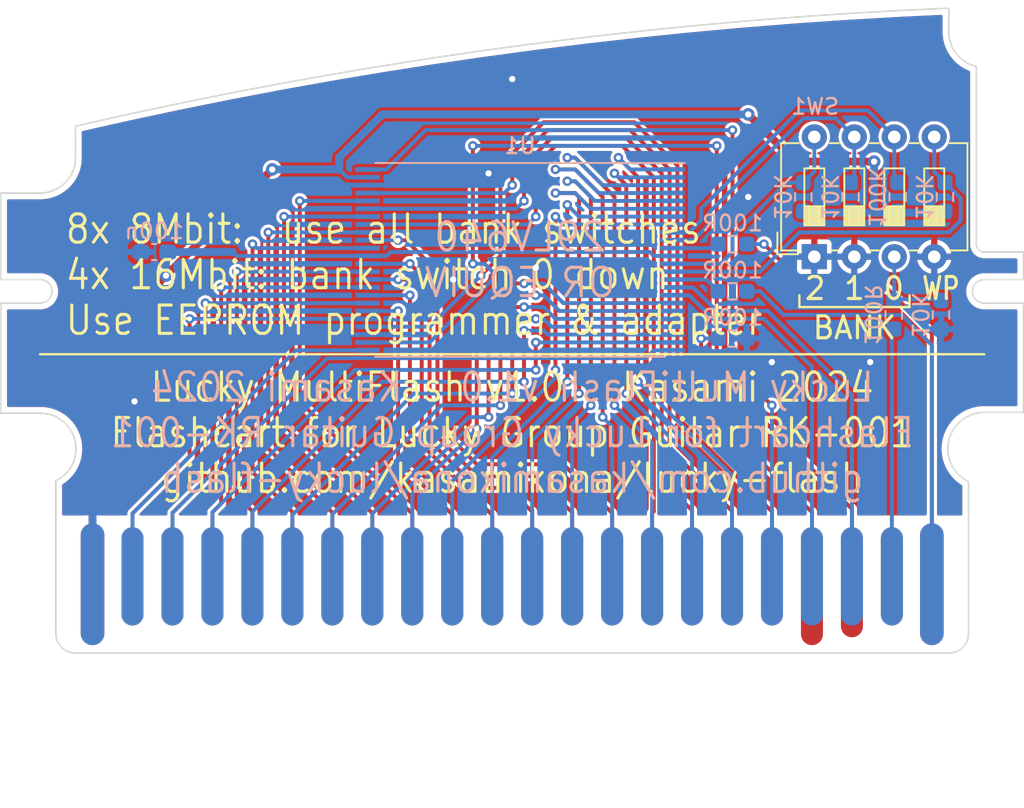
<source format=kicad_pcb>
(kicad_pcb (version 20221018) (generator pcbnew)
  (title_block (title "Lucky MultiFlash") (rev "1.0"))
  (layers (0 "F.Cu" signal) (31 "B.Cu" signal) (34 "B.Paste" user) (35 "F.Paste" user) (36 "B.SilkS" user "B.Silkscreen") (37 "F.SilkS" user "F.Silkscreen") (38 "B.Mask" user) (39 "F.Mask" user) (44 "Edge.Cuts" user))
  (property "VAR_AUTHOR" "Kasami 2024")
  (property "VAR_DESC" "Flashcart for Lucky Group Guitar RK-001")
  (property "VAR_URL" "github.com/kasamikona/lucky-flash")
  (net 0 "")
  (net 1 "/VCC")
  (net 2 "/A19")
  (net 3 "/A18")
  (net 4 "/A17")
  (net 5 "/A16")
  (net 6 "/A15")
  (net 7 "/A14")
  (net 8 "/A13")
  (net 9 "/A12")
  (net 10 "/A11")
  (net 11 "/A10")
  (net 12 "/A9")
  (net 13 "/A8")
  (net 14 "/A7")
  (net 15 "/A6")
  (net 16 "/A5")
  (net 17 "/A4")
  (net 18 "/A3")
  (net 19 "/A2")
  (net 20 "/A1")
  (net 21 "/A0")
  (net 23 "/CE")
  (net 24 "/OE")
  (net 25 "/D15")
  (net 26 "/D14")
  (net 27 "/D13")
  (net 28 "/D12")
  (net 29 "/D11")
  (net 30 "/D10")
  (net 31 "/D9")
  (net 32 "/D8")
  (net 33 "/D7")
  (net 34 "/D6")
  (net 35 "/D5")
  (net 36 "/D4")
  (net 37 "/D3")
  (net 38 "/D2")
  (net 39 "/D1")
  (net 40 "/D0")
  (net 41 "/GND")
  (net 42 "/RYBY")
  (net 43 "/WE")
  (net 44 "/F_WE")
  (net 45 "/F_RYBY")
  (net 46 "/DET")
  (net 47 "/BS0")
  (net 48 "/BS1")
  (net 49 "/BS2")
  (net 50 "/WP")
  (net 51 "Net-(R8-Pad1)")
  (footprint "Button_Switch_THT:SW_DIP_SPSTx04_Slide_6.7x11.72mm_W7.62mm_P2.54mm_LowProfile" (layer "F.Cu") (at 65.200002 30.8 90)
    (fp_text reference "SW1")
    (fp_text value "BANK" hide)
  )
  (footprint "CartParts:LuckyCartEdge" (layer "F.Cu") (at 46.000002 56)
    (fp_text reference "J1" hide)
    (fp_text value "Edge" hide)
  )
  (footprint "Resistor_SMD:R_0603_1608Metric_Pad0.98x0.95mm_HandSolder" (layer "B.Cu") (at 67.500002 27 -90)
    (fp_text reference "R5" hide)
    (fp_text value "10K")
  )
  (footprint "Package_SO:TSOP-I-48_18.4x12mm_P0.5mm" (layer "B.Cu") (at 46.500002 31 180)
    (fp_text reference "U1")
    (fp_text value "Flash-TSOP48-64Mbit" hide)
  )
  (footprint "Resistor_SMD:R_0603_1608Metric_Pad0.98x0.95mm_HandSolder" (layer "B.Cu") (at 73.250002 34.5 -90)
    (fp_text reference "R9" hide)
    (fp_text value "10K")
  )
  (footprint "Resistor_SMD:R_0603_1608Metric_Pad0.98x0.95mm_HandSolder" (layer "B.Cu") (at 60.000002 30)
    (fp_text reference "R1" hide)
    (fp_text value "100R")
  )
  (footprint "Capacitor_SMD:C_0603_1608Metric_Pad1.08x0.95mm_HandSolder" (layer "B.Cu") (at 23.250002 30.5 180)
    (fp_text reference "C1" hide)
    (fp_text value "100n")
  )
  (footprint "Resistor_SMD:R_0603_1608Metric_Pad0.98x0.95mm_HandSolder" (layer "B.Cu") (at 64.500002 27 -90)
    (fp_text reference "R4" hide)
    (fp_text value "10K")
  )
  (footprint "Resistor_SMD:R_0603_1608Metric_Pad0.98x0.95mm_HandSolder" (layer "B.Cu") (at 60.000002 33)
    (fp_text reference "R2" hide)
    (fp_text value "100R")
  )
  (footprint "Resistor_SMD:R_0603_1608Metric_Pad0.98x0.95mm_HandSolder" (layer "B.Cu") (at 70.250002 34.5 -90)
    (fp_text reference "R8" hide)
    (fp_text value "100R")
  )
  (footprint "Resistor_SMD:R_0603_1608Metric_Pad0.98x0.95mm_HandSolder" (layer "B.Cu") (at 60.000002 36)
    (fp_text reference "R3" hide)
    (fp_text value "100R")
  )
  (footprint "Resistor_SMD:R_0603_1608Metric_Pad0.98x0.95mm_HandSolder" (layer "B.Cu") (at 70.500002 27 -90)
    (fp_text reference "R6" hide)
    (fp_text value "100K")
  )
  (footprint "Resistor_SMD:R_0603_1608Metric_Pad0.98x0.95mm_HandSolder" (layer "B.Cu") (at 73.500002 27 -90)
    (fp_text reference "R7" hide)
    (fp_text value "10K")
  )
  (gr_line (start 64.250002 34) (end 64.250002 33.25) (stroke (width 0.15)) (layer "F.SilkS"))
  (gr_line (start 71.250002 34) (end 64.250002 34) (stroke (width 0.15)) (layer "F.SilkS"))
  (gr_line (start 16.000002 37) (end 76.000002 37) (stroke (width 0.15)) (layer "F.SilkS"))
  (gr_line (start 71.250002 34) (end 71.250002 33.25) (stroke (width 0.15)) (layer "F.SilkS"))
  (gr_line (start 18.250002 56) (end 73.750002 56) (stroke (width 0.1)) (layer "Edge.Cuts"))
  (gr_arc (start 75.000002 45.1) (mid 73.742191 42.500497) (end 76.000002 40.7) (stroke (width 0.1)) (layer "Edge.Cuts"))
  (gr_line (start 75.500002 18.7) (end 75.500002 30) (stroke (width 0.1)) (layer "Edge.Cuts"))
  (gr_arc (start 76.000002 30.5) (mid 75.646449 30.353553) (end 75.500002 30) (stroke (width 0.1)) (layer "Edge.Cuts"))
  (gr_line (start 78.5 32.25) (end 76.000002 32.25) (stroke (width 0.1)) (layer "Edge.Cuts"))
  (gr_line (start 73.750002 16.5) (end 73.750002 15) (stroke (width 0.1)) (layer "Edge.Cuts"))
  (gr_line (start 78.5 30.5) (end 78.5 32.25) (stroke (width 0.1)) (layer "Edge.Cuts"))
  (gr_line (start 13.5 40.75) (end 16.000002 40.75) (stroke (width 0.1)) (layer "Edge.Cuts"))
  (gr_arc (start 18.250002 22.5) (mid 45.826436 17.465613) (end 73.750002 15) (stroke (width 0.1)) (layer "Edge.Cuts"))
  (gr_line (start 75.000002 45.1) (end 75.000002 54.75) (stroke (width 0.1)) (layer "Edge.Cuts"))
  (gr_line (start 78.500002 40.7) (end 76.000002 40.7) (stroke (width 0.1)) (layer "Edge.Cuts"))
  (gr_arc (start 75.000002 54.75) (mid 74.633885 55.633883) (end 73.750002 56) (stroke (width 0.1)) (layer "Edge.Cuts"))
  (gr_line (start 17.000002 45.05) (end 17.000002 54.75) (stroke (width 0.1)) (layer "Edge.Cuts"))
  (gr_arc (start 16.000002 32.25) (mid 16.750002 33) (end 16.000002 33.75) (stroke (width 0.1)) (layer "Edge.Cuts"))
  (gr_arc (start 18.250002 24.5) (mid 17.590992 26.09099) (end 16.000002 26.75) (stroke (width 0.1)) (layer "Edge.Cuts"))
  (gr_arc (start 75.500002 18.7) (mid 74.240865 17.905564) (end 73.750002 16.5) (stroke (width 0.1)) (layer "Edge.Cuts"))
  (gr_line (start 13.500002 33.75) (end 13.5 40.75) (stroke (width 0.1)) (layer "Edge.Cuts"))
  (gr_line (start 13.500002 32.25) (end 16.000002 32.25) (stroke (width 0.1)) (layer "Edge.Cuts"))
  (gr_arc (start 18.250002 56) (mid 17.366119 55.633883) (end 17.000002 54.75) (stroke (width 0.1)) (layer "Edge.Cuts"))
  (gr_line (start 13.500002 33.75) (end 16.000002 33.75) (stroke (width 0.1)) (layer "Edge.Cuts"))
  (gr_arc (start 16.000002 40.75) (mid 18.217861 42.500498) (end 17.000002 45.05) (stroke (width 0.1)) (layer "Edge.Cuts"))
  (gr_line (start 16.000002 26.75) (end 13.500002 26.75) (stroke (width 0.1)) (layer "Edge.Cuts"))
  (gr_line (start 78.500002 33.75) (end 78.500002 40.7) (stroke (width 0.1)) (layer "Edge.Cuts"))
  (gr_arc (start 76.000002 33.75) (mid 75.250002 33) (end 76.000002 32.25) (stroke (width 0.1)) (layer "Edge.Cuts"))
  (gr_line (start 78.5 30.5) (end 76.000002 30.5) (stroke (width 0.1)) (layer "Edge.Cuts"))
  (gr_line (start 78.500002 33.75) (end 76.000002 33.75) (stroke (width 0.1)) (layer "Edge.Cuts"))
  (gr_line (start 13.500002 26.75) (end 13.500002 32.25) (stroke (width 0.1)) (layer "Edge.Cuts"))
  (gr_line (start 18.250002 22.5) (end 18.250002 24.5) (stroke (width 0.1)) (layer "Edge.Cuts"))
  (gr_text "${TITLE} v${REVISION}   ${VAR_AUTHOR}\n${VAR_DESC}\n${VAR_URL}" (at 46.000002 42) (layer "B.SilkS") (effects (font (size 1.8 1.6) (thickness 0.2)) (justify mirror)))
  (gr_text "29LV640\nOR EQUIV" (at 46.5 31) (layer "B.SilkS") (effects (font (size 1.8 1.7) (thickness 0.2)) (justify mirror)))
  (gr_text "WP" (at 73.25 32) (layer "F.SilkS") (effects (font (size 1.4 1.1) (thickness 0.2) bold) (justify top)))
  (gr_text "8x 8Mbit:  use all bank switches\n4x 16Mbit: bank switch 0 down\nUse EEPROM programmer & adapter" (at 17.500002 28) (layer "F.SilkS") (effects (font (size 1.8 1.6) (thickness 0.2)) (justify left top)))
  (gr_text "1" (at 67.750002 32) (layer "F.SilkS") (effects (font (size 1.4 1.35) (thickness 0.2)) (justify top)))
  (gr_text "0" (at 70.250002 32) (layer "F.SilkS") (effects (font (size 1.4 1.35) (thickness 0.2)) (justify top)))
  (gr_text "${TITLE} v${REVISION}   ${VAR_AUTHOR}\n${VAR_DESC}\n${VAR_URL}" (at 46.000002 42) (layer "F.SilkS") (effects (font (size 1.8 1.6) (thickness 0.2))))
  (gr_text "BANK" (at 67.750002 34.5) (layer "F.SilkS") (effects (font (size 1.4 1.35) (thickness 0.2)) (justify top)))
  (gr_text "2" (at 65.250002 32) (layer "F.SilkS") (effects (font (size 1.4 1.35) (thickness 0.2)) (justify top)))
  (segment (start 19.330002 51.625) (end 19.330002 36.67) (width 0.5) (layer "F.Cu") (net 1))
  (segment (start 69.000002 24.75) (end 64.000002 24.75) (width 0.5) (layer "F.Cu") (net 1))
  (segment (start 19.330002 36.67) (end 24.000002 32) (width 0.5) (layer "F.Cu") (net 1))
  (segment (start 64.000002 24.75) (end 61.000002 21.75) (width 0.5) (layer "F.Cu") (net 1))
  (segment (start 30.750002 25.25) (end 24.000002 32) (width 0.5) (layer "F.Cu") (net 1))
  (via (at 30.750002 25.25) (size 0.8) (drill 0.4) (layers "F.Cu" "B.Cu") (net 1))
  (via (at 61.000002 21.75) (size 0.8) (drill 0.4) (layers "F.Cu" "B.Cu") (net 1))
  (via (at 24.000002 32) (size 0.8) (drill 0.4) (layers "F.Cu" "B.Cu") (net 1))
  (via (at 69.000002 24.75) (size 0.8) (drill 0.4) (layers "F.Cu" "B.Cu") (net 1))
  (segment (start 73.412502 28) (end 73.500002 27.9125) (width 0.5) (layer "B.Cu") (net 1))
  (segment (start 38.250002 30.5) (end 54.750002 30.5) (width 0.25) (layer "B.Cu") (net 1))
  (segment (start 30.750002 25.25) (end 35.000002 25.25) (width 0.5) (layer "B.Cu") (net 1))
  (segment (start 28.500002 30.75) (end 28.250002 30.5) (width 0.25) (layer "B.Cu") (net 1))
  (segment (start 61.000002 21.75) (end 37.75 21.75) (width 0.5) (layer "B.Cu") (net 1))
  (segment (start 35.000002 25.25) (end 35.500002 25.75) (width 0.25) (layer "B.Cu") (net 1))
  (segment (start 67.500002 27.9125) (end 67.587502 28) (width 0.5) (layer "B.Cu") (net 1))
  (segment (start 69.000002 28) (end 70.412502 28) (width 0.5) (layer "B.Cu") (net 1))
  (segment (start 67.500002 27.9125) (end 67.412502 28) (width 0.5) (layer "B.Cu") (net 1))
  (segment (start 37.75 21.75) (end 35.000002 24.499998) (width 0.5) (layer "B.Cu") (net 1))
  (segment (start 28.250002 30.5) (end 24.112502 30.5) (width 0.5) (layer "B.Cu") (net 1))
  (segment (start 38.000002 30.75) (end 38.250002 30.5) (width 0.25) (layer "B.Cu") (net 1))
  (segment (start 54.750002 30.5) (end 55.000002 30.75) (width 0.25) (layer "B.Cu") (net 1))
  (segment (start 36.812502 30.75) (end 28.500002 30.75) (width 0.25) (layer "B.Cu") (net 1))
  (segment (start 70.500002 27.9125) (end 70.587502 28) (width 0.5) (layer "B.Cu") (net 1))
  (segment (start 35.000002 24.499998) (end 35.000002 25.25) (width 0.5) (layer "B.Cu") (net 1))
  (segment (start 66.000002 28) (end 64.587502 28) (width 0.5) (layer "B.Cu") (net 1))
  (segment (start 67.412502 28) (end 66.000002 28) (width 0.5) (layer "B.Cu") (net 1))
  (segment (start 36.812502 30.75) (end 38.000002 30.75) (width 0.25) (layer "B.Cu") (net 1))
  (segment (start 67.587502 28) (end 69.000002 28) (width 0.5) (layer "B.Cu") (net 1))
  (segment (start 24.000002 32) (end 24.000002 30.6125) (width 0.5) (layer "B.Cu") (net 1))
  (segment (start 24.000002 30.6125) (end 24.112502 30.5) (width 0.5) (layer "B.Cu") (net 1))
  (segment (start 35.500002 25.75) (end 36.812502 25.75) (width 0.25) (layer "B.Cu") (net 1))
  (segment (start 70.587502 28) (end 73.412502 28) (width 0.5) (layer "B.Cu") (net 1))
  (segment (start 69.000002 24.75) (end 69.000002 28) (width 0.5) (layer "B.Cu") (net 1))
  (segment (start 64.587502 28) (end 64.500002 27.9125) (width 0.5) (layer "B.Cu") (net 1))
  (segment (start 70.412502 28) (end 70.500002 27.9125) (width 0.5) (layer "B.Cu") (net 1))
  (segment (start 56.187502 30.75) (end 55.000002 30.75) (width 0.25) (layer "B.Cu") (net 1))
  (segment (start 70.130002 35.5325) (end 70.250002 35.4125) (width 0.25) (layer "B.Cu") (net 2))
  (segment (start 70.130002 51.125) (end 70.130002 35.5325) (width 0.25) (layer "B.Cu") (net 2))
  (segment (start 57.500002 32.75) (end 59.000002 34.25) (width 0.25) (layer "B.Cu") (net 3))
  (segment (start 62.250002 34.25) (end 67.590002 39.59) (width 0.25) (layer "B.Cu") (net 3))
  (segment (start 56.187502 32.75) (end 57.500002 32.75) (width 0.25) (layer "B.Cu") (net 3))
  (segment (start 67.590002 39.59) (end 67.590002 51.125) (width 0.25) (layer "B.Cu") (net 3))
  (segment (start 59.000002 34.25) (end 62.250002 34.25) (width 0.25) (layer "B.Cu") (net 3))
  (segment (start 65.050002 37.8) (end 65.050002 51.125) (width 0.25) (layer "B.Cu") (net 4))
  (segment (start 58.750002 34.75) (end 62.000002 34.75) (width 0.25) (layer "B.Cu") (net 4))
  (segment (start 57.250002 33.25) (end 58.750002 34.75) (width 0.25) (layer "B.Cu") (net 4))
  (segment (start 56.187502 33.25) (end 57.250002 33.25) (width 0.25) (layer "B.Cu") (net 4))
  (segment (start 62.000002 34.75) (end 65.050002 37.8) (width 0.25) (layer "B.Cu") (net 4))
  (segment (start 60.000002 37.75) (end 62.500002 40.25) (width 0.25) (layer "F.Cu") (net 5))
  (segment (start 60.000002 22.75) (end 60.000002 37.75) (width 0.25) (layer "F.Cu") (net 5))
  (via (at 62.500002 40.25) (size 0.6) (drill 0.3) (layers "F.Cu" "B.Cu") (net 5))
  (via (at 60.000002 22.75) (size 0.6) (drill 0.3) (layers "F.Cu" "B.Cu") (net 5))
  (segment (start 62.510002 51.125) (end 62.510002 40.26) (width 0.25) (layer "B.Cu") (net 5))
  (segment (start 62.510002 40.26) (end 62.500002 40.25) (width 0.25) (layer "B.Cu") (net 5))
  (segment (start 38.000002 25.25) (end 36.812502 25.25) (width 0.25) (layer "B.Cu") (net 5))
  (segment (start 60.000002 22.75) (end 40.500002 22.75) (width 0.25) (layer "B.Cu") (net 5))
  (segment (start 40.500002 22.75) (end 38.000002 25.25) (width 0.25) (layer "B.Cu") (net 5))
  (segment (start 54.000002 25.75) (end 54.000002 38.75) (width 0.25) (layer "F.Cu") (net 6))
  (segment (start 52.750002 24.5) (end 54.000002 25.75) (width 0.25) (layer "F.Cu") (net 6))
  (via (at 52.750002 24.5) (size 0.6) (drill 0.3) (layers "F.Cu" "B.Cu") (net 6))
  (via (at 54.000002 38.75) (size 0.6) (drill 0.3) (layers "F.Cu" "B.Cu") (net 6))
  (segment (start 59.970002 44.72) (end 59.970002 51.125) (width 0.25) (layer "B.Cu") (net 6))
  (segment (start 52.750002 24.5) (end 53.500002 25.25) (width 0.25) (layer "B.Cu") (net 6))
  (segment (start 54.000002 38.75) (end 59.970002 44.72) (width 0.25) (layer "B.Cu") (net 6))
  (segment (start 53.500002 25.25) (end 56.187502 25.25) (width 0.25) (layer "B.Cu") (net 6))
  (segment (start 53.250002 26.25) (end 53.250002 39.5) (width 0.25) (layer "F.Cu") (net 7))
  (segment (start 52.500002 25.5) (end 53.250002 26.25) (width 0.25) (layer "F.Cu") (net 7))
  (via (at 52.500002 25.5) (size 0.6) (drill 0.3) (layers "F.Cu" "B.Cu") (net 7))
  (via (at 53.250002 39.5) (size 0.6) (drill 0.3) (layers "F.Cu" "B.Cu") (net 7))
  (segment (start 57.430002 43.68) (end 57.430002 51.125) (width 0.25) (layer "B.Cu") (net 7))
  (segment (start 53.250002 39.5) (end 57.430002 43.68) (width 0.25) (layer "B.Cu") (net 7))
  (segment (start 52.500002 25.5) (end 52.750002 25.75) (width 0.25) (layer "B.Cu") (net 7))
  (segment (start 52.750002 25.75) (end 56.187502 25.75) (width 0.25) (layer "B.Cu") (net 7))
  (segment (start 50.000002 24.5) (end 49.500002 24.5) (width 0.25) (layer "F.Cu") (net 8))
  (segment (start 52.500002 27) (end 50.000002 24.5) (width 0.25) (layer "F.Cu") (net 8))
  (segment (start 52.500002 40.25) (end 52.500002 27) (width 0.25) (layer "F.Cu") (net 8))
  (via (at 49.500002 24.5) (size 0.6) (drill 0.3) (layers "F.Cu" "B.Cu") (net 8))
  (via (at 52.500002 40.25) (size 0.6) (drill 0.3) (layers "F.Cu" "B.Cu") (net 8))
  (segment (start 49.500002 24.5) (end 50.000002 24.5) (width 0.25) (layer "B.Cu") (net 8))
  (segment (start 54.890002 42.64) (end 54.890002 51.125) (width 0.25) (layer "B.Cu") (net 8))
  (segment (start 50.000002 24.5) (end 51.750002 26.25) (width 0.25) (layer "B.Cu") (net 8))
  (segment (start 51.750002 26.25) (end 56.187502 26.25) (width 0.25) (layer "B.Cu") (net 8))
  (segment (start 52.500002 40.25) (end 54.890002 42.64) (width 0.25) (layer "B.Cu") (net 8))
  (segment (start 51.750002 41) (end 51.750002 27) (width 0.25) (layer "F.Cu") (net 9))
  (segment (start 51.750002 27) (end 50.000002 25.25) (width 0.25) (layer "F.Cu") (net 9))
  (segment (start 50.000002 25.25) (end 48.750002 25.25) (width 0.25) (layer "F.Cu") (net 9))
  (via (at 51.750002 41) (size 0.6) (drill 0.3) (layers "F.Cu" "B.Cu") (net 9))
  (via (at 48.750002 25.25) (size 0.6) (drill 0.3) (layers "F.Cu" "B.Cu") (net 9))
  (segment (start 51.500002 26.75) (end 56.187502 26.75) (width 0.25) (layer "B.Cu") (net 9))
  (segment (start 50.000002 25.25) (end 51.500002 26.75) (width 0.25) (layer "B.Cu") (net 9))
  (segment (start 51.750002 41) (end 52.350002 41.6) (width 0.25) (layer "B.Cu") (net 9))
  (segment (start 52.350002 41.6) (end 52.350002 51.125) (width 0.25) (layer "B.Cu") (net 9))
  (segment (start 48.750002 25.25) (end 50.000002 25.25) (width 0.25) (layer "B.Cu") (net 9))
  (segment (start 51.000002 27) (end 50.000002 26) (width 0.25) (layer "F.Cu") (net 10))
  (segment (start 50.000002 26) (end 49.500002 26) (width 0.25) (layer "F.Cu") (net 10))
  (segment (start 51.000002 40.25) (end 51.000002 27) (width 0.25) (layer "F.Cu") (net 10))
  (via (at 49.500002 26) (size 0.6) (drill 0.3) (layers "F.Cu" "B.Cu") (net 10))
  (via (at 51.000002 40.25) (size 0.6) (drill 0.3) (layers "F.Cu" "B.Cu") (net 10))
  (segment (start 51.000002 40.25) (end 49.810002 41.44) (width 0.25) (layer "B.Cu") (net 10))
  (segment (start 49.810002 41.44) (end 49.810002 51.125) (width 0.25) (layer "B.Cu") (net 10))
  (segment (start 50.000002 26) (end 51.250002 27.25) (width 0.25) (layer "B.Cu") (net 10))
  (segment (start 49.500002 26) (end 50.000002 26) (width 0.25) (layer "B.Cu") (net 10))
  (segment (start 51.250002 27.25) (end 56.187502 27.25) (width 0.25) (layer "B.Cu") (net 10))
  (segment (start 50.000002 26.75) (end 48.750002 26.75) (width 0.25) (layer "F.Cu") (net 11))
  (segment (start 50.250002 27) (end 50.000002 26.75) (width 0.25) (layer "F.Cu") (net 11))
  (segment (start 50.250002 39.5) (end 50.250002 27) (width 0.25) (layer "F.Cu") (net 11))
  (via (at 48.750002 26.75) (size 0.6) (drill 0.3) (layers "F.Cu" "B.Cu") (net 11))
  (via (at 50.250002 39.5) (size 0.6) (drill 0.3) (layers "F.Cu" "B.Cu") (net 11))
  (segment (start 51.000002 27.75) (end 56.187502 27.75) (width 0.25) (layer "B.Cu") (net 11))
  (segment (start 50.000002 26.75) (end 51.000002 27.75) (width 0.25) (layer "B.Cu") (net 11))
  (segment (start 47.270002 42.48) (end 47.270002 51.125) (width 0.25) (layer "B.Cu") (net 11))
  (segment (start 50.250002 39.5) (end 47.270002 42.48) (width 0.25) (layer "B.Cu") (net 11))
  (segment (start 48.750002 26.75) (end 50.000002 26.75) (width 0.25) (layer "B.Cu") (net 11))
  (segment (start 49.500002 27.75) (end 49.500002 27.5) (width 0.25) (layer "F.Cu") (net 12))
  (segment (start 49.500002 38.75) (end 49.500002 27.75) (width 0.25) (layer "F.Cu") (net 12))
  (via (at 49.500002 27.5) (size 0.6) (drill 0.3) (layers "F.Cu" "B.Cu") (net 12))
  (via (at 49.500002 38.75) (size 0.6) (drill 0.3) (layers "F.Cu" "B.Cu") (net 12))
  (segment (start 44.730002 43.52) (end 44.730002 51.125) (width 0.25) (layer "B.Cu") (net 12))
  (segment (start 49.500002 27.5) (end 50.250002 28.25) (width 0.25) (layer "B.Cu") (net 12))
  (segment (start 49.500002 38.75) (end 44.730002 43.52) (width 0.25) (layer "B.Cu") (net 12))
  (segment (start 50.250002 28.25) (end 56.187502 28.25) (width 0.25) (layer "B.Cu") (net 12))
  (segment (start 48.750002 38) (end 48.750002 28.25) (width 0.25) (layer "F.Cu") (net 13))
  (via (at 48.750002 28.25) (size 0.6) (drill 0.3) (layers "F.Cu" "B.Cu") (net 13))
  (via (at 48.750002 38) (size 0.6) (drill 0.3) (layers "F.Cu" "B.Cu") (net 13))
  (segment (start 48.750002 28.25) (end 49.250002 28.75) (width 0.25) (layer "B.Cu") (net 13))
  (segment (start 42.190002 45.06) (end 42.190002 51.125) (width 0.25) (layer "B.Cu") (net 13))
  (segment (start 48.750002 38.5) (end 42.190002 45.06) (width 0.25) (layer "B.Cu") (net 13))
  (segment (start 49.250002 28.75) (end 56.187502 28.75) (width 0.25) (layer "B.Cu") (net 13))
  (segment (start 48.750002 38) (end 48.750002 38.5) (width 0.25) (layer "B.Cu") (net 13))
  (segment (start 43.750002 35) (end 46.250002 32.5) (width 0.25) (layer "F.Cu") (net 14))
  (segment (start 43.750002 41.75) (end 43.750002 35) (width 0.25) (layer "F.Cu") (net 14))
  (segment (start 46.250002 32.5) (end 46.750002 32.5) (width 0.25) (layer "F.Cu") (net 14))
  (via (at 46.750002 32.5) (size 0.6) (drill 0.3) (layers "F.Cu" "B.Cu") (net 14))
  (via (at 43.750002 41.75) (size 0.6) (drill 0.3) (layers "F.Cu" "B.Cu") (net 14))
  (segment (start 43.750002 41.75) (end 39.650002 45.85) (width 0.25) (layer "B.Cu") (net 14))
  (segment (start 46.750002 32.5) (end 48.000002 32.5) (width 0.25) (layer "B.Cu") (net 14))
  (segment (start 48.000002 32.5) (end 49.250002 33.75) (width 0.25) (layer "B.Cu") (net 14))
  (segment (start 39.650002 45.85) (end 39.650002 51.125) (width 0.25) (layer "B.Cu") (net 14))
  (segment (start 49.250002 33.75) (end 56.187502 33.75) (width 0.25) (layer "B.Cu") (net 14))
  (segment (start 44.500002 41) (end 44.500002 35) (width 0.25) (layer "F.Cu") (net 15))
  (segment (start 44.500002 35) (end 46.250002 33.25) (width 0.25) (layer "F.Cu") (net 15))
  (segment (start 46.250002 33.25) (end 47.500002 33.25) (width 0.25) (layer "F.Cu") (net 15))
  (via (at 47.500002 33.25) (size 0.6) (drill 0.3) (layers "F.Cu" "B.Cu") (net 15))
  (via (at 44.500002 41) (size 0.6) (drill 0.3) (layers "F.Cu" "B.Cu") (net 15))
  (segment (start 44.500002 41) (end 43.250002 41) (width 0.25) (layer "B.Cu") (net 15))
  (segment (start 37.110002 47.14) (end 37.110002 51.125) (width 0.25) (layer "B.Cu") (net 15))
  (segment (start 48.000002 33.25) (end 49.000002 34.25) (width 0.25) (layer "B.Cu") (net 15))
  (segment (start 49.000002 34.25) (end 56.187502 34.25) (width 0.25) (layer "B.Cu") (net 15))
  (segment (start 47.500002 33.25) (end 48.000002 33.25) (width 0.25) (layer "B.Cu") (net 15))
  (segment (start 43.250002 41) (end 37.110002 47.14) (width 0.25) (layer "B.Cu") (net 15))
  (segment (start 45.250002 35) (end 46.250002 34) (width 0.25) (layer "F.Cu") (net 16))
  (segment (start 45.250002 40.25) (end 45.250002 35) (width 0.25) (layer "F.Cu") (net 16))
  (segment (start 46.250002 34) (end 46.750002 34) (width 0.25) (layer "F.Cu") (net 16))
  (via (at 46.750002 34) (size 0.6) (drill 0.3) (layers "F.Cu" "B.Cu") (net 16))
  (via (at 45.250002 40.25) (size 0.6) (drill 0.3) (layers "F.Cu" "B.Cu") (net 16))
  (segment (start 34.570002 47.18) (end 34.570002 51.125) (width 0.25) (layer "B.Cu") (net 16))
  (segment (start 56.187502 34.75) (end 48.750002 34.75) (width 0.25) (layer "B.Cu") (net 16))
  (segment (start 48.000002 34) (end 46.750002 34) (width 0.25) (layer "B.Cu") (net 16))
  (segment (start 41.500002 40.25) (end 34.570002 47.18) (width 0.25) (layer "B.Cu") (net 16))
  (segment (start 48.750002 34.75) (end 48.000002 34) (width 0.25) (layer "B.Cu") (net 16))
  (segment (start 45.250002 40.25) (end 41.500002 40.25) (width 0.25) (layer "B.Cu") (net 16))
  (segment (start 46.000002 35.25) (end 46.500002 34.75) (width 0.25) (layer "F.Cu") (net 17))
  (segment (start 46.000002 39.5) (end 46.000002 35.25) (width 0.25) (layer "F.Cu") (net 17))
  (segment (start 46.500002 34.75) (end 47.500002 34.75) (width 0.25) (layer "F.Cu") (net 17))
  (via (at 46.000002 39.5) (size 0.6) (drill 0.3) (layers "F.Cu" "B.Cu") (net 17))
  (via (at 47.500002 34.75) (size 0.6) (drill 0.3) (layers "F.Cu" "B.Cu") (net 17))
  (segment (start 48.000002 34.75) (end 48.500002 35.25) (width 0.25) (layer "B.Cu") (net 17))
  (segment (start 46.000002 39.5) (end 39.750002 39.5) (width 0.25) (layer "B.Cu") (net 17))
  (segment (start 48.500002 35.25) (end 56.187502 35.25) (width 0.25) (layer "B.Cu") (net 17))
  (segment (start 39.750002 39.5) (end 32.030002 47.22) (width 0.25) (layer "B.Cu") (net 17))
  (segment (start 32.030002 47.22) (end 32.030002 51.125) (width 0.25) (layer "B.Cu") (net 17))
  (segment (start 47.500002 34.75) (end 48.000002 34.75) (width 0.25) (layer "B.Cu") (net 17))
  (segment (start 46.750002 38.75) (end 46.750002 35.5) (width 0.25) (layer "F.Cu") (net 18))
  (via (at 46.750002 38.75) (size 0.6) (drill 0.3) (layers "F.Cu" "B.Cu") (net 18))
  (via (at 46.750002 35.5) (size 0.6) (drill 0.3) (layers "F.Cu" "B.Cu") (net 18))
  (segment (start 46.750002 35.5) (end 48.000002 35.5) (width 0.25) (layer "B.Cu") (net 18))
  (segment (start 29.490002 47.01) (end 29.490002 51.125) (width 0.25) (layer "B.Cu") (net 18))
  (segment (start 48.250002 35.75) (end 56.187502 35.75) (width 0.25) (layer "B.Cu") (net 18))
  (segment (start 37.750002 38.75) (end 29.490002 47.01) (width 0.25) (layer "B.Cu") (net 18))
  (segment (start 48.000002 35.5) (end 48.250002 35.75) (width 0.25) (layer "B.Cu") (net 18))
  (segment (start 46.750002 38.75) (end 37.750002 38.75) (width 0.25) (layer "B.Cu") (net 18))
  (segment (start 47.500002 38) (end 47.500002 36.25) (width 0.25) (layer "F.Cu") (net 19))
  (via (at 47.500002 38) (size 0.6) (drill 0.3) (layers "F.Cu" "B.Cu") (net 19))
  (via (at 47.500002 36.25) (size 0.6) (drill 0.3) (layers "F.Cu" "B.Cu") (net 19))
  (segment (start 26.950002 47.05) (end 26.950002 51.125) (width 0.25) (layer "B.Cu") (net 19))
  (segment (start 47.500002 36.25) (end 56.187502 36.25) (width 0.25) (layer "B.Cu") (net 19))
  (segment (start 36.000002 38) (end 26.950002 47.05) (width 0.25) (layer "B.Cu") (net 19))
  (segment (start 47.500002 38) (end 36.000002 38) (width 0.25) (layer "B.Cu") (net 19))
  (segment (start 34.250002 37.25) (end 24.410002 47.09) (width 0.25) (layer "B.Cu") (net 20))
  (segment (start 24.410002 47.09) (end 24.410002 51.125) (width 0.25) (layer "B.Cu") (net 20))
  (segment (start 56.187502 36.75) (end 55.000002 36.75) (width 0.25) (layer "B.Cu") (net 20))
  (segment (start 55.000002 36.75) (end 54.500002 37.25) (width 0.25) (layer "B.Cu") (net 20))
  (segment (start 54.500002 37.25) (end 34.250002 37.25) (width 0.25) (layer "B.Cu") (net 20))
  (segment (start 36.812502 36.75) (end 32.250002 36.75) (width 0.25) (layer "B.Cu") (net 21))
  (segment (start 21.870002 47.13) (end 21.870002 51.125) (width 0.25) (layer "B.Cu") (net 21))
  (segment (start 32.250002 36.75) (end 21.870002 47.13) (width 0.25) (layer "B.Cu") (net 21))
  (segment (start 67.590002 46.84) (end 67.590002 51.5) (width 0.25) (layer "F.Cu") (net 23))
  (segment (start 59.000002 23.75) (end 59.000002 38.25) (width 0.25) (layer "F.Cu") (net 23))
  (segment (start 59.000002 38.25) (end 67.590002 46.84) (width 0.25) (layer "F.Cu") (net 23))
  (segment (start 43.500002 31.25) (end 43.500002 23.75) (width 0.25) (layer "F.Cu") (net 23))
  (via (at 59.000002 23.75) (size 0.6) (drill 0.3) (layers "F.Cu" "B.Cu") (net 23))
  (via (at 43.500002 31.25) (size 0.6) (drill 0.3) (layers "F.Cu" "B.Cu") (net 23))
  (via (at 43.500002 23.75) (size 0.6) (drill 0.3) (layers "F.Cu" "B.Cu") (net 23))
  (segment (start 44.750002 32.25) (end 40.750002 36.25) (width 0.25) (layer "B.Cu") (net 23))
  (segment (start 44.250002 31.25) (end 44.750002 31.75) (width 0.25) (layer "B.Cu") (net 23))
  (segment (start 59.000002 23.75) (end 43.500002 23.75) (width 0.25) (layer "B.Cu") (net 23))
  (segment (start 40.750002 36.25) (end 36.812502 36.25) (width 0.25) (layer "B.Cu") (net 23))
  (segment (start 44.750002 31.75) (end 44.750002 32.25) (width 0.25) (layer "B.Cu") (net 23))
  (segment (start 43.500002 31.25) (end 44.250002 31.25) (width 0.25) (layer "B.Cu") (net 23))
  (segment (start 45.250002 30.75) (end 45.250002 25) (width 0.25) (layer "F.Cu") (net 24))
  (segment (start 56.500002 41) (end 62.510002 47.01) (width 0.25) (layer "F.Cu") (net 24))
  (segment (start 44.000002 32) (end 45.250002 30.75) (width 0.25) (layer "F.Cu") (net 24))
  (segment (start 45.250002 25) (end 48.000002 22.25) (width 0.25) (layer "F.Cu") (net 24))
  (segment (start 56.500002 25) (end 56.500002 41) (width 0.25) (layer "F.Cu") (net 24))
  (segment (start 48.000002 22.25) (end 53.750002 22.25) (width 0.25) (layer "F.Cu") (net 24))
  (segment (start 62.510002 47.01) (end 62.510002 51.125) (width 0.25) (layer "F.Cu") (net 24))
  (segment (start 53.750002 22.25) (end 56.500002 25) (width 0.25) (layer "F.Cu") (net 24))
  (via (at 44.000002 32) (size 0.6) (drill 0.3) (layers "F.Cu" "B.Cu") (net 24))
  (segment (start 44.000002 32) (end 40.750002 35.25) (width 0.25) (layer "B.Cu") (net 24))
  (segment (start 40.750002 35.25) (end 36.812502 35.25) (width 0.25) (layer "B.Cu") (net 24))
  (segment (start 46.000002 26.25) (end 46.000002 25) (width 0.25) (layer "F.Cu") (net 25))
  (segment (start 53.500002 22.75) (end 56.000002 25.25) (width 0.25) (layer "F.Cu") (net 25))
  (segment (start 48.250002 22.75) (end 53.500002 22.75) (width 0.25) (layer "F.Cu") (net 25))
  (segment (start 59.970002 46.97) (end 59.970002 51.125) (width 0.25) (layer "F.Cu") (net 25))
  (segment (start 46.000002 25) (end 48.250002 22.75) (width 0.25) (layer "F.Cu") (net 25))
  (segment (start 56.000002 43) (end 59.970002 46.97) (width 0.25) (layer "F.Cu") (net 25))
  (segment (start 56.000002 25.25) (end 56.000002 43) (width 0.25) (layer "F.Cu") (net 25))
  (via (at 46.000002 26.25) (size 0.6) (drill 0.3) (layers "F.Cu" "B.Cu") (net 25))
  (segment (start 45.500002 26.75) (end 36.812502 26.75) (width 0.25) (layer "B.Cu") (net 25))
  (segment (start 46.000002 26.25) (end 45.500002 26.75) (width 0.25) (layer "B.Cu") (net 25))
  (segment (start 53.250002 23.25) (end 55.500002 25.5) (width 0.25) (layer "F.Cu") (net 26))
  (segment (start 46.750002 27.25) (end 46.750002 25) (width 0.25) (layer "F.Cu") (net 26))
  (segment (start 55.500002 25.5) (end 55.500002 45) (width 0.25) (layer "F.Cu") (net 26))
  (segment (start 48.500002 23.25) (end 53.250002 23.25) (width 0.25) (layer "F.Cu") (net 26))
  (segment (start 46.750002 25) (end 48.500002 23.25) (width 0.25) (layer "F.Cu") (net 26))
  (segment (start 57.430002 46.93) (end 57.430002 51.125) (width 0.25) (layer "F.Cu") (net 26))
  (segment (start 55.500002 45) (end 57.430002 46.93) (width 0.25) (layer "F.Cu") (net 26))
  (via (at 46.750002 27.25) (size 0.6) (drill 0.3) (layers "F.Cu" "B.Cu") (net 26))
  (segment (start 46.750002 27.25) (end 46.250002 27.75) (width 0.25) (layer "B.Cu") (net 26))
  (segment (start 46.250002 27.75) (end 36.812502 27.75) (width 0.25) (layer "B.Cu") (net 26))
  (segment (start 47.500002 25) (end 48.750002 23.75) (width 0.25) (layer "F.Cu") (net 27))
  (segment (start 55.000002 47) (end 54.890002 47.11) (width 0.25) (layer "F.Cu") (net 27))
  (segment (start 48.750002 23.75) (end 53.000002 23.75) (width 0.25) (layer "F.Cu") (net 27))
  (segment (start 47.500002 28.25) (end 47.500002 25) (width 0.25) (layer "F.Cu") (net 27))
  (segment (start 54.890002 47.11) (end 54.890002 51.125) (width 0.25) (layer "F.Cu") (net 27))
  (segment (start 53.000002 23.75) (end 55.000002 25.75) (width 0.25) (layer "F.Cu") (net 27))
  (segment (start 55.000002 25.75) (end 55.000002 47) (width 0.25) (layer "F.Cu") (net 27))
  (via (at 47.500002 28.25) (size 0.6) (drill 0.3) (layers "F.Cu" "B.Cu") (net 27))
  (segment (start 47.000002 28.75) (end 47.500002 28.25) (width 0.25) (layer "B.Cu") (net 27))
  (segment (start 36.812502 28.75) (end 47.000002 28.75) (width 0.25) (layer "B.Cu") (net 27))
  (segment (start 49.250002 44) (end 43.750002 44) (width 0.25) (layer "F.Cu") (net 28))
  (segment (start 43.750002 44) (end 41.250002 41.5) (width 0.25) (layer "F.Cu") (net 28))
  (segment (start 41.250002 41.5) (end 41.250002 31.75) (width 0.25) (layer "F.Cu") (net 28))
  (segment (start 41.250002 31.75) (end 39.250002 29.75) (width 0.25) (layer "F.Cu") (net 28))
  (segment (start 52.350002 47.1) (end 49.250002 44) (width 0.25) (layer "F.Cu") (net 28))
  (segment (start 39.250002 29.75) (end 38.750002 29.75) (width 0.25) (layer "F.Cu") (net 28))
  (segment (start 52.350002 51.125) (end 52.350002 47.1) (width 0.25) (layer "F.Cu") (net 28))
  (via (at 38.750002 29.75) (size 0.6) (drill 0.3) (layers "F.Cu" "B.Cu") (net 28))
  (segment (start 38.750002 29.75) (end 36.812502 29.75) (width 0.25) (layer "B.Cu") (net 28))
  (segment (start 49.810002 47.06) (end 49.810002 51.125) (width 0.25) (layer "F.Cu") (net 29))
  (segment (start 39.500002 31.25) (end 40.750002 32.5) (width 0.25) (layer "F.Cu") (net 29))
  (segment (start 40.750002 32.5) (end 40.750002 41.75) (width 0.25) (layer "F.Cu") (net 29))
  (segment (start 40.750002 41.75) (end 43.750002 44.75) (width 0.25) (layer "F.Cu") (net 29))
  (segment (start 43.750002 44.75) (end 47.500002 44.75) (width 0.25) (layer "F.Cu") (net 29))
  (segment (start 47.500002 44.75) (end 49.810002 47.06) (width 0.25) (layer "F.Cu") (net 29))
  (via (at 39.500002 31.25) (size 0.6) (drill 0.3) (layers "F.Cu" "B.Cu") (net 29))
  (segment (start 39.500002 31.25) (end 36.812502 31.25) (width 0.25) (layer "B.Cu") (net 29))
  (segment (start 43.750002 45.5) (end 45.750002 45.5) (width 0.25) (layer "F.Cu") (net 30))
  (segment (start 45.750002 45.5) (end 47.270002 47.02) (width 0.25) (layer "F.Cu") (net 30))
  (segment (start 39.500002 32.25) (end 40.250002 33) (width 0.25) (layer "F.Cu") (net 30))
  (segment (start 40.250002 33) (end 40.250002 42) (width 0.25) (layer "F.Cu") (net 30))
  (segment (start 47.270002 47.02) (end 47.270002 51.125) (width 0.25) (layer "F.Cu") (net 30))
  (segment (start 38.750002 32.25) (end 39.500002 32.25) (width 0.25) (layer "F.Cu") (net 30))
  (segment (start 40.250002 42) (end 43.750002 45.5) (width 0.25) (layer "F.Cu") (net 30))
  (via (at 38.750002 32.25) (size 0.6) (drill 0.3) (layers "F.Cu" "B.Cu") (net 30))
  (segment (start 38.750002 32.25) (end 36.812502 32.25) (width 0.25) (layer "B.Cu") (net 30))
  (segment (start 44.730002 51.125) (end 44.730002 47.23) (width 0.25) (layer "F.Cu") (net 31))
  (segment (start 39.500002 42) (end 39.500002 33.25) (width 0.25) (layer "F.Cu") (net 31))
  (segment (start 44.730002 47.23) (end 39.500002 42) (width 0.25) (layer "F.Cu") (net 31))
  (via (at 39.500002 33.25) (size 0.6) (drill 0.3) (layers "F.Cu" "B.Cu") (net 31))
  (segment (start 39.500002 33.25) (end 36.812502 33.25) (width 0.25) (layer "B.Cu") (net 31))
  (segment (start 42.190002 47.19) (end 42.190002 51.125) (width 0.25) (layer "F.Cu") (net 32))
  (segment (start 38.750002 43.75) (end 42.190002 47.19) (width 0.25) (layer "F.Cu") (net 32))
  (segment (start 38.750002 34.25) (end 38.750002 43.75) (width 0.25) (layer "F.Cu") (net 32))
  (via (at 38.750002 34.25) (size 0.6) (drill 0.3) (layers "F.Cu" "B.Cu") (net 32))
  (segment (start 36.812502 34.25) (end 38.750002 34.25) (width 0.25) (layer "B.Cu") (net 32))
  (segment (start 32.500002 40) (end 39.650002 47.15) (width 0.25) (layer "F.Cu") (net 33))
  (segment (start 32.500002 27.25) (end 32.500002 40) (width 0.25) (layer "F.Cu") (net 33))
  (segment (start 39.650002 47.15) (end 39.650002 51.125) (width 0.25) (layer "F.Cu") (net 33))
  (via (at 32.500002 27.25) (size 0.6) (drill 0.3) (layers "F.Cu" "B.Cu") (net 33))
  (segment (start 36.812502 27.25) (end 32.500002 27.25) (width 0.25) (layer "B.Cu") (net 33))
  (segment (start 31.500002 41.5) (end 37.110002 47.11) (width 0.25) (layer "F.Cu") (net 34))
  (segment (start 37.110002 47.11) (end 37.110002 51.125) (width 0.25) (layer "F.Cu") (net 34))
  (segment (start 31.500002 28.25) (end 31.500002 41.5) (width 0.25) (layer "F.Cu") (net 34))
  (via (at 31.500002 28.25) (size 0.6) (drill 0.3) (layers "F.Cu" "B.Cu") (net 34))
  (segment (start 31.500002 28.25) (end 36.812502 28.25) (width 0.25) (layer "B.Cu") (net 34))
  (segment (start 30.500002 43) (end 30.500002 29.25) (width 0.25) (layer "F.Cu") (net 35))
  (segment (start 34.570002 51.125) (end 34.570002 47.07) (width 0.25) (layer "F.Cu") (net 35))
  (segment (start 34.570002 47.07) (end 30.500002 43) (width 0.25) (layer "F.Cu") (net 35))
  (via (at 30.500002 29.25) (size 0.6) (drill 0.3) (layers "F.Cu" "B.Cu") (net 35))
  (segment (start 30.500002 29.25) (end 36.812502 29.25) (width 0.25) (layer "B.Cu") (net 35))
  (segment (start 32.030002 47.03) (end 32.030002 51.125) (width 0.25) (layer "F.Cu") (net 36))
  (segment (start 29.500002 44.5) (end 32.030002 47.03) (width 0.25) (layer "F.Cu") (net 36))
  (segment (start 29.500002 30) (end 29.500002 44.5) (width 0.25) (layer "F.Cu") (net 36))
  (via (at 29.500002 30) (size 0.6) (drill 0.3) (layers "F.Cu" "B.Cu") (net 36))
  (segment (start 29.750002 30.25) (end 36.812502 30.25) (width 0.25) (layer "B.Cu") (net 36))
  (segment (start 29.500002 30) (end 29.750002 30.25) (width 0.25) (layer "B.Cu") (net 36))
  (segment (start 28.500002 46) (end 28.500002 31.75) (width 0.25) (layer "F.Cu") (net 37))
  (segment (start 29.490002 46.99) (end 28.500002 46) (width 0.25) (layer "F.Cu") (net 37))
  (segment (start 29.490002 51.125) (end 29.490002 46.99) (width 0.25) (layer "F.Cu") (net 37))
  (via (at 28.500002 31.75) (size 0.6) (drill 0.3) (layers "F.Cu" "B.Cu") (net 37))
  (segment (start 28.500002 31.75) (end 36.812502 31.75) (width 0.25) (layer "B.Cu") (net 37))
  (segment (start 26.950002 47.05) (end 26.950002 51.125) (width 0.25) (layer "F.Cu") (net 38))
  (segment (start 27.500002 32.75) (end 27.500002 46.5) (width 0.25) (layer "F.Cu") (net 38))
  (segment (start 27.500002 46.5) (end 26.950002 47.05) (width 0.25) (layer "F.Cu") (net 38))
  (via (at 27.500002 32.75) (size 0.6) (drill 0.3) (layers "F.Cu" "B.Cu") (net 38))
  (segment (start 27.500002 32.75) (end 36.812502 32.75) (width 0.25) (layer "B.Cu") (net 38))
  (segment (start 26.500002 45) (end 24.410002 47.09) (width 0.25) (layer "F.Cu") (net 39))
  (segment (start 26.500002 33.75) (end 26.500002 45) (width 0.25) (layer "F.Cu") (net 39))
  (segment (start 24.410002 47.09) (end 24.410002 51.125) (width 0.25) (layer "F.Cu") (net 39))
  (via (at 26.500002 33.75) (size 0.6) (drill 0.3) (layers "F.Cu" "B.Cu") (net 39))
  (segment (start 26.500002 33.75) (end 36.812502 33.75) (width 0.25) (layer "B.Cu") (net 39))
  (segment (start 21.870002 47.13) (end 21.870002 51.125) (width 0.25) (layer "F.Cu") (net 40))
  (segment (start 25.500002 34.75) (end 25.500002 43.5) (width 0.25) (layer "F.Cu") (net 40))
  (segment (start 25.500002 43.5) (end 21.870002 47.13) (width 0.25) (layer "F.Cu") (net 40))
  (via (at 25.500002 34.75) (size 0.6) (drill 0.3) (layers "F.Cu" "B.Cu") (net 40))
  (segment (start 36.812502 34.75) (end 25.500002 34.75) (width 0.25) (layer "B.Cu") (net 40))
  (via (at 46.000002 19.5) (size 0.8) (drill 0.4) (layers "F.Cu" "B.Cu") (net 41))
  (via (at 44.500002 25.5) (size 0.8) (drill 0.4) (layers "F.Cu" "B.Cu") (net 41))
  (via (at 68.750002 37.5) (size 0.8) (drill 0.4) (layers "F.Cu" "B.Cu") (net 41))
  (via (at 22.000002 40) (size 0.8) (drill 0.4) (layers "F.Cu" "B.Cu") (net 41))
  (via (at 47.500002 31.5) (size 0.8) (drill 0.4) (layers "F.Cu" "B.Cu") (net 41))
  (via (at 61.000002 27) (size 0.8) (drill 0.4) (layers "F.Cu" "B.Cu") (net 41))
  (via (at 42.250002 32.25) (size 0.8) (drill 0.4) (layers "F.Cu" "B.Cu") (net 41))
  (via (at 62.500002 37.5) (size 0.8) (drill 0.4) (layers "F.Cu" "B.Cu") (net 41))
  (segment (start 22.387502 30.5) (end 22.387502 31.6375) (width 0.25) (layer "B.Cu") (net 41))
  (segment (start 38.250002 26.25) (end 38.500002 26) (width 0.25) (layer "B.Cu") (net 41))
  (segment (start 44.000002 26) (end 44.500002 25.5) (width 0.5) (layer "B.Cu") (net 41))
  (segment (start 19.500002 34.75) (end 22.500002 31.75) (width 0.5) (layer "B.Cu") (net 41))
  (segment (start 36.812502 35.75) (end 35.250002 35.75) (width 0.25) (layer "B.Cu") (net 41))
  (segment (start 19.330002 35.92) (end 19.500002 35.75) (width 0.5) (layer "B.Cu") (net 41))
  (segment (start 38.250002 26.25) (end 36.812502 26.25) (width 0.25) (layer "B.Cu") (net 41))
  (segment (start 22.387502 29.3625) (end 22.500002 29.25) (width 0.25) (layer "B.Cu") (net 41))
  (segment (start 22.387502 31.6375) (end 22.500002 31.75) (width 0.25) (layer "B.Cu") (net 41))
  (segment (start 35.000002 26.25) (end 25.500002 26.25) (width 0.5) (layer "B.Cu") (net 41))
  (segment (start 38.500002 26) (end 44.000002 26) (width 0.5) (layer "B.Cu") (net 41))
  (segment (start 19.330002 51.625) (end 19.330002 35.92) (width 0.5) (layer "B.Cu") (net 41))
  (segment (start 36.812502 26.25) (end 35.000002 26.25) (width 0.25) (layer "B.Cu") (net 41))
  (segment (start 25.500002 26.25) (end 22.500002 29.25) (width 0.5) (layer "B.Cu") (net 41))
  (segment (start 22.387502 30.5) (end 22.387502 29.3625) (width 0.25) (layer "B.Cu") (net 41))
  (segment (start 19.500002 35.75) (end 19.500002 34.75) (width 0.5) (layer "B.Cu") (net 41))
  (segment (start 19.500002 35.75) (end 35.250002 35.75) (width 0.5) (layer "B.Cu") (net 41))
  (segment (start 59.087502 33) (end 58.337502 32.25) (width 0.25) (layer "B.Cu") (net 42))
  (segment (start 58.337502 32.25) (end 56.187502 32.25) (width 0.25) (layer "B.Cu") (net 42))
  (segment (start 56.187502 30.25) (end 58.837502 30.25) (width 0.25) (layer "B.Cu") (net 43))
  (segment (start 58.837502 30.25) (end 59.087502 30) (width 0.25) (layer "B.Cu") (net 43))
  (segment (start 69.750002 32.75) (end 72.670002 35.67) (width 0.25) (layer "F.Cu") (net 44))
  (segment (start 64.750002 32.75) (end 69.750002 32.75) (width 0.25) (layer "F.Cu") (net 44))
  (segment (start 62.000002 30) (end 64.750002 32.75) (width 0.25) (layer "F.Cu") (net 44))
  (segment (start 72.670002 35.67) (end 72.670002 51.625) (width 0.25) (layer "F.Cu") (net 44))
  (via (at 62.000002 30) (size 0.6) (drill 0.3) (layers "F.Cu" "B.Cu") (net 44))
  (segment (start 62.000002 30) (end 60.912502 30) (width 0.25) (layer "B.Cu") (net 44))
  (segment (start 60.912502 33) (end 61.750002 33) (width 0.25) (layer "B.Cu") (net 45))
  (segment (start 63.250002 34.5) (end 70.750002 34.5) (width 0.25) (layer "B.Cu") (net 45))
  (segment (start 70.750002 34.5) (end 72.670002 36.42) (width 0.25) (layer "B.Cu") (net 45))
  (segment (start 72.670002 36.42) (end 72.670002 51.625) (width 0.25) (layer "B.Cu") (net 45))
  (segment (start 61.750002 33) (end 63.250002 34.5) (width 0.25) (layer "B.Cu") (net 45))
  (segment (start 58.000002 36) (end 58.000002 40) (width 0.25) (layer "F.Cu") (net 46))
  (segment (start 58.000002 40) (end 65.050002 47.05) (width 0.25) (layer "F.Cu") (net 46))
  (segment (start 65.050002 47.05) (end 65.050002 51.75) (width 0.25) (layer "F.Cu") (net 46))
  (via (at 58.000002 36) (size 0.6) (drill 0.3) (layers "F.Cu" "B.Cu") (net 46))
  (segment (start 59.087502 36) (end 58.000002 36) (width 0.25) (layer "B.Cu") (net 46))
  (segment (start 64.250002 21.5) (end 68.600002 21.5) (width 0.25) (layer "B.Cu") (net 47))
  (segment (start 70.280002 25.8675) (end 70.280002 23.18) (width 0.25) (layer "B.Cu") (net 47))
  (segment (start 70.500002 26.0875) (end 70.280002 25.8675) (width 0.25) (layer "B.Cu") (net 47))
  (segment (start 57.250002 29.25) (end 58.000002 28.5) (width 0.25) (layer "B.Cu") (net 47))
  (segment (start 56.187502 29.25) (end 57.250002 29.25) (width 0.25) (layer "B.Cu") (net 47))
  (segment (start 58.000002 27.75) (end 64.250002 21.5) (width 0.25) (layer "B.Cu") (net 47))
  (segment (start 68.600002 21.5) (end 70.280002 23.18) (width 0.25) (layer "B.Cu") (net 47))
  (segment (start 58.000002 28.5) (end 58.000002 27.75) (width 0.25) (layer "B.Cu") (net 47))
  (segment (start 66.560002 22) (end 67.740002 23.18) (width 0.25) (layer "B.Cu") (net 48))
  (segment (start 64.500002 22) (end 66.560002 22) (width 0.25) (layer "B.Cu") (net 48))
  (segment (start 57.500002 29.75) (end 58.500002 28.75) (width 0.25) (layer "B.Cu") (net 48))
  (segment (start 58.500002 28.75) (end 58.500002 28) (width 0.25) (layer "B.Cu") (net 48))
  (segment (start 58.500002 28) (end 64.500002 22) (width 0.25) (layer "B.Cu") (net 48))
  (segment (start 67.500002 26.0875) (end 67.740002 25.8475) (width 0.25) (layer "B.Cu") (net 48))
  (segment (start 56.187502 29.75) (end 57.500002 29.75) (width 0.25) (layer "B.Cu") (net 48))
  (segment (start 67.740002 25.8475) (end 67.740002 23.18) (width 0.25) (layer "B.Cu") (net 48))
  (segment (start 65.200002 25.3875) (end 64.500002 26.0875) (width 0.25) (layer "B.Cu") (net 49))
  (segment (start 56.187502 31.25) (end 59.250002 31.25) (width 0.25) (layer "B.Cu") (net 49))
  (segment (start 63.412502 26.0875) (end 64.500002 26.0875) (width 0.25) (layer "B.Cu") (net 49))
  (segment (start 65.200002 23.18) (end 65.200002 25.3875) (width 0.25) (layer "B.Cu") (net 49))
  (segment (start 60.000002 29.5) (end 63.412502 26.0875) (width 0.25) (layer "B.Cu") (net 49))
  (segment (start 60.000002 30.5) (end 60.000002 29.5) (width 0.25) (layer "B.Cu") (net 49))
  (segment (start 59.250002 31.25) (end 60.000002 30.5) (width 0.25) (layer "B.Cu") (net 49))
  (segment (start 64.250002 29.25) (end 73.750002 29.25) (width 0.25) (layer "B.Cu") (net 50))
  (segment (start 72.820002 25.4075) (end 72.820002 23.18) (width 0.25) (layer "B.Cu") (net 50))
  (segment (start 73.750002 29.25) (end 74.500002 28.5) (width 0.25) (layer "B.Cu") (net 50))
  (segment (start 56.187502 31.75) (end 61.750002 31.75) (width 0.25) (layer "B.Cu") (net 50))
  (segment (start 74.500002 28.5) (end 74.500002 27.0875) (width 0.25) (layer "B.Cu") (net 50))
  (segment (start 61.750002 31.75) (end 64.250002 29.25) (width 0.25) (layer "B.Cu") (net 50))
  (segment (start 74.500002 27.0875) (end 73.500002 26.0875) (width 0.25) (layer "B.Cu") (net 50))
  (segment (start 73.500002 26.0875) (end 72.820002 25.4075) (width 0.25) (layer "B.Cu") (net 50))
  (segment (start 70.337502 33.5) (end 73.162502 33.5) (width 0.25) (layer "B.Cu") (net 51))
  (segment (start 70.250002 33.5875) (end 70.337502 33.5) (width 0.25) (layer "B.Cu") (net 51))
  (segment (start 70.280002 33.5575) (end 70.250002 33.5875) (width 0.25) (layer "B.Cu") (net 51))
  (segment (start 70.280002 30.8) (end 70.280002 33.5575) (width 0.25) (layer "B.Cu") (net 51))
  (segment (start 73.162502 33.5) (end 73.250002 33.5875) (width 0.25) (layer "B.Cu") (net 51))
  (zone (net 41) (net_name "/GND") (layers "F&B.Cu") (connect_pads (clearance 0.2)) (min_thickness 0.15) (fill yes (thermal_gap 0.3) (thermal_bridge_width 0.4) (island_removal_mode 1) (island_area_min 10))
    (polygon (pts (xy 78.500002 47.25) (xy 78.500002 15) (xy 13.500002 15) (xy 13.500002 47.25)))
  )
)
</source>
